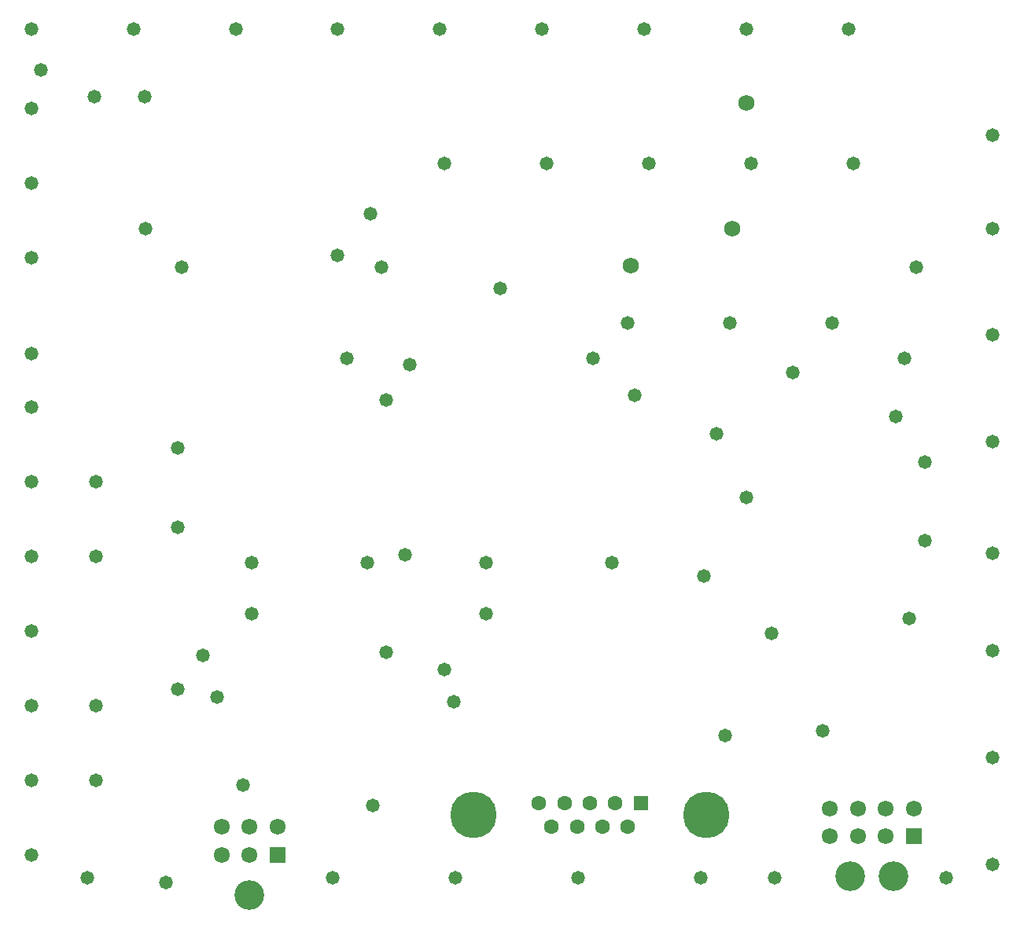
<source format=gbr>
%TF.GenerationSoftware,Altium Limited,Altium Designer,25.6.2 (33)*%
G04 Layer_Color=16711935*
%FSLAX45Y45*%
%MOMM*%
%TF.SameCoordinates,A7DCC95B-C82A-44D7-B00A-882B20F37DA3*%
%TF.FilePolarity,Negative*%
%TF.FileFunction,Soldermask,Bot*%
%TF.Part,Single*%
G01*
G75*
%TA.AperFunction,ViaPad*%
%ADD56C,1.72720*%
%TA.AperFunction,ComponentPad*%
%ADD57C,1.60320*%
%ADD58C,5.00320*%
%ADD59R,1.60320X1.60320*%
%ADD60C,1.72320*%
%ADD61R,1.72320X1.72320*%
%ADD62C,3.20320*%
%TA.AperFunction,ViaPad*%
%ADD63C,1.47320*%
D56*
X9700000Y9550000D02*
D03*
X10800000Y9950000D02*
D03*
X10950000Y11300000D02*
D03*
D57*
X8715000Y3754000D02*
D03*
X8852000Y3500000D02*
D03*
X9126000D02*
D03*
X9400000D02*
D03*
X9674000D02*
D03*
X8989000Y3754000D02*
D03*
X9537000D02*
D03*
X9263000D02*
D03*
D58*
X8013000Y3627000D02*
D03*
X10513000D02*
D03*
D59*
X9811000Y3754000D02*
D03*
D60*
X5599999Y3500001D02*
D03*
X5299999Y3200001D02*
D03*
X11850000Y3400000D02*
D03*
Y3700000D02*
D03*
X12450000Y3400000D02*
D03*
X12750000Y3700000D02*
D03*
X12150000Y3400000D02*
D03*
X12450000Y3700000D02*
D03*
X12150000D02*
D03*
X5299999Y3500001D02*
D03*
X5599999Y3200001D02*
D03*
X5899999Y3500001D02*
D03*
D61*
Y3200001D02*
D03*
X12750000Y3400000D02*
D03*
D62*
X12534000Y2968000D02*
D03*
X12066000D02*
D03*
X5599999Y2768001D02*
D03*
D63*
X3950000Y7222726D02*
D03*
Y6418181D02*
D03*
Y4809090D02*
D03*
Y4004545D02*
D03*
X12773799Y9532500D02*
D03*
X11250000Y2950000D02*
D03*
X6923799Y3732500D02*
D03*
X7073799Y5382500D02*
D03*
X7273799Y6432500D02*
D03*
X5528727Y3953285D02*
D03*
X4823799Y4982500D02*
D03*
Y6732500D02*
D03*
Y7582500D02*
D03*
X4873799Y9532500D02*
D03*
X7023799D02*
D03*
X7323799Y8482500D02*
D03*
X10493799Y6202500D02*
D03*
X11223799Y5582500D02*
D03*
X10723799Y4482500D02*
D03*
X11773799Y4532500D02*
D03*
X12873799Y6582500D02*
D03*
Y7432500D02*
D03*
X10623799Y7732500D02*
D03*
X11873798Y8932500D02*
D03*
X10773799D02*
D03*
X9673799D02*
D03*
X7699999Y10650000D02*
D03*
X8799999D02*
D03*
X9899999D02*
D03*
X10999999D02*
D03*
X12099998D02*
D03*
X13600000Y4250000D02*
D03*
Y3100000D02*
D03*
X12049999Y12100000D02*
D03*
X10949999D02*
D03*
X9849999D02*
D03*
X8749999D02*
D03*
X7649999D02*
D03*
X6549999D02*
D03*
X5450000D02*
D03*
X4350000D02*
D03*
X3250000D02*
D03*
X13600000Y5400000D02*
D03*
Y6450000D02*
D03*
Y7650000D02*
D03*
Y8800000D02*
D03*
Y9950000D02*
D03*
Y10950000D02*
D03*
X13099998Y2950000D02*
D03*
X10457142D02*
D03*
X9135714D02*
D03*
X7814285D02*
D03*
X6492857D02*
D03*
X4700000Y2900000D02*
D03*
X3850000Y2950000D02*
D03*
X3250000Y3200000D02*
D03*
Y4004545D02*
D03*
Y4809090D02*
D03*
Y5613636D02*
D03*
Y6418181D02*
D03*
Y7222726D02*
D03*
Y8027271D02*
D03*
Y9636362D02*
D03*
X3250000Y10440907D02*
D03*
X3250000Y11245452D02*
D03*
X12700000Y5750000D02*
D03*
X5100000Y5350000D02*
D03*
X5250000Y4900000D02*
D03*
X5620000Y6350000D02*
D03*
Y5800000D02*
D03*
X6870000Y6350000D02*
D03*
X3250000Y8600000D02*
D03*
X3350000Y11660000D02*
D03*
X3929737Y11372432D02*
D03*
X4479190Y9946268D02*
D03*
X6650000Y8550000D02*
D03*
X6550000Y9660000D02*
D03*
X4470324Y11369185D02*
D03*
X7700000Y5200000D02*
D03*
X7800000Y4850000D02*
D03*
X8150000Y5800000D02*
D03*
Y6350000D02*
D03*
X10945000Y7049999D02*
D03*
X9500000Y6350000D02*
D03*
X7070000Y8100000D02*
D03*
X8300000Y9300000D02*
D03*
X6900000Y10110000D02*
D03*
X9300000Y8550000D02*
D03*
X9750000Y8150000D02*
D03*
X11445000Y8399999D02*
D03*
X12556372Y7926658D02*
D03*
X12650000Y8550000D02*
D03*
%TF.MD5,ae3263a73481fdae27856dbb1af3b7da*%
M02*

</source>
